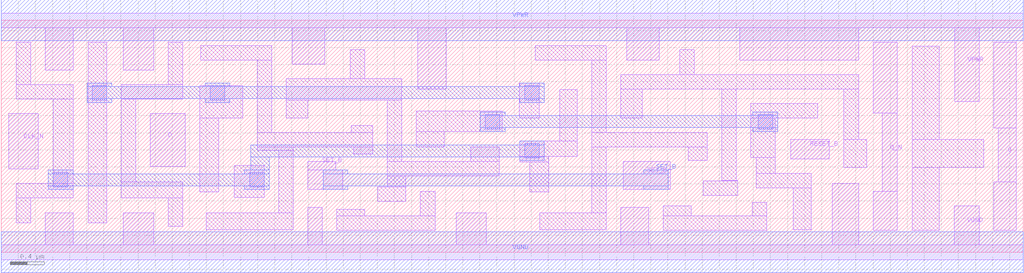
<source format=lef>
# Copyright 2020 The SkyWater PDK Authors
#
# Licensed under the Apache License, Version 2.0 (the "License");
# you may not use this file except in compliance with the License.
# You may obtain a copy of the License at
#
#     https://www.apache.org/licenses/LICENSE-2.0
#
# Unless required by applicable law or agreed to in writing, software
# distributed under the License is distributed on an "AS IS" BASIS,
# WITHOUT WARRANTIES OR CONDITIONS OF ANY KIND, either express or implied.
# See the License for the specific language governing permissions and
# limitations under the License.
#
# SPDX-License-Identifier: Apache-2.0

VERSION 5.5 ;
NAMESCASESENSITIVE ON ;
BUSBITCHARS "[]" ;
DIVIDERCHAR "/" ;
MACRO sky130_fd_sc_hd__dfbbn_1
  CLASS CORE ;
  SOURCE USER ;
  ORIGIN  0.000000  0.000000 ;
  SIZE  11.96000 BY  2.720000 ;
  SYMMETRY X Y R90 ;
  SITE unithd ;
  PIN D
    ANTENNAGATEAREA  0.126000 ;
    DIRECTION INPUT ;
    USE SIGNAL ;
    PORT
      LAYER li1 ;
        RECT 1.745000 1.005000 2.155000 1.625000 ;
    END
  END D
  PIN Q
    ANTENNADIFFAREA  0.429000 ;
    DIRECTION OUTPUT ;
    USE SIGNAL ;
    PORT
      LAYER li1 ;
        RECT 11.615000 0.255000 11.875000 0.825000 ;
        RECT 11.615000 1.455000 11.875000 2.465000 ;
        RECT 11.665000 0.825000 11.875000 1.455000 ;
    END
  END Q
  PIN Q_N
    ANTENNADIFFAREA  0.429000 ;
    DIRECTION OUTPUT ;
    USE SIGNAL ;
    PORT
      LAYER li1 ;
        RECT 10.200000 0.255000 10.485000 0.715000 ;
        RECT 10.200000 1.630000 10.485000 2.465000 ;
        RECT 10.305000 0.715000 10.485000 1.630000 ;
    END
  END Q_N
  PIN RESET_B
    ANTENNAGATEAREA  0.159000 ;
    DIRECTION INPUT ;
    USE SIGNAL ;
    PORT
      LAYER li1 ;
        RECT 9.235000 1.095000 9.690000 1.325000 ;
    END
  END RESET_B
  PIN SET_B
    ANTENNAGATEAREA  0.252000 ;
    DIRECTION INPUT ;
    USE SIGNAL ;
    PORT
      LAYER li1 ;
        RECT 3.585000 0.735000 3.995000 0.965000 ;
        RECT 3.585000 0.965000 3.915000 1.065000 ;
    END
    PORT
      LAYER li1 ;
        RECT 7.280000 0.735000 7.825000 1.065000 ;
    END
    PORT
      LAYER met1 ;
        RECT 3.765000 0.735000 4.055000 0.780000 ;
        RECT 3.765000 0.780000 7.805000 0.920000 ;
        RECT 3.765000 0.920000 4.055000 0.965000 ;
        RECT 7.515000 0.735000 7.805000 0.780000 ;
        RECT 7.515000 0.920000 7.805000 0.965000 ;
    END
  END SET_B
  PIN CLK_N
    ANTENNAGATEAREA  0.159000 ;
    DIRECTION INPUT ;
    USE CLOCK ;
    PORT
      LAYER li1 ;
        RECT 0.085000 0.975000 0.435000 1.625000 ;
    END
  END CLK_N
  PIN VGND
    DIRECTION INOUT ;
    SHAPE ABUTMENT ;
    USE GROUND ;
    PORT
      LAYER li1 ;
        RECT  0.000000 -0.085000 11.960000 0.085000 ;
        RECT  0.515000  0.085000  0.845000 0.465000 ;
        RECT  1.430000  0.085000  1.785000 0.465000 ;
        RECT  3.585000  0.085000  3.755000 0.525000 ;
        RECT  5.325000  0.085000  5.675000 0.465000 ;
        RECT  7.250000  0.085000  7.575000 0.525000 ;
        RECT  9.725000  0.085000 10.030000 0.805000 ;
        RECT 11.150000  0.085000 11.445000 0.545000 ;
    END
    PORT
      LAYER met1 ;
        RECT 0.000000 -0.240000 11.960000 0.240000 ;
    END
  END VGND
  PIN VPWR
    DIRECTION INOUT ;
    SHAPE ABUTMENT ;
    USE POWER ;
    PORT
      LAYER li1 ;
        RECT  0.000000 2.635000 11.960000 2.805000 ;
        RECT  0.515000 2.135000  0.845000 2.635000 ;
        RECT  1.430000 2.135000  1.785000 2.635000 ;
        RECT  3.405000 2.205000  3.785000 2.635000 ;
        RECT  4.875000 1.915000  5.205000 2.635000 ;
        RECT  7.320000 2.255000  7.700000 2.635000 ;
        RECT  8.640000 2.255000 10.030000 2.635000 ;
        RECT 11.155000 1.765000 11.445000 2.635000 ;
    END
    PORT
      LAYER met1 ;
        RECT 0.000000 2.480000 11.960000 2.960000 ;
    END
  END VPWR
  OBS
    LAYER li1 ;
      RECT  0.175000 0.345000  0.345000 0.635000 ;
      RECT  0.175000 0.635000  0.840000 0.805000 ;
      RECT  0.175000 1.795000  0.840000 1.965000 ;
      RECT  0.175000 1.965000  0.345000 2.465000 ;
      RECT  0.610000 0.805000  0.840000 1.795000 ;
      RECT  1.015000 0.345000  1.235000 2.465000 ;
      RECT  1.405000 0.635000  2.125000 0.825000 ;
      RECT  1.405000 0.825000  1.575000 1.795000 ;
      RECT  1.405000 1.795000  2.125000 1.965000 ;
      RECT  1.955000 0.305000  2.125000 0.635000 ;
      RECT  1.955000 1.965000  2.125000 2.465000 ;
      RECT  2.325000 0.705000  2.545000 1.575000 ;
      RECT  2.325000 1.575000  2.825000 1.955000 ;
      RECT  2.335000 2.250000  3.165000 2.420000 ;
      RECT  2.400000 0.265000  3.415000 0.465000 ;
      RECT  2.725000 0.645000  3.075000 1.015000 ;
      RECT  2.995000 1.195000  3.415000 1.235000 ;
      RECT  2.995000 1.235000  4.345000 1.405000 ;
      RECT  2.995000 1.405000  3.165000 2.250000 ;
      RECT  3.245000 0.465000  3.415000 1.195000 ;
      RECT  3.335000 1.575000  3.585000 1.785000 ;
      RECT  3.335000 1.785000  4.685000 2.035000 ;
      RECT  3.925000 0.255000  5.075000 0.425000 ;
      RECT  3.925000 0.425000  4.255000 0.505000 ;
      RECT  4.085000 2.035000  4.255000 2.375000 ;
      RECT  4.095000 1.405000  4.345000 1.485000 ;
      RECT  4.125000 1.155000  4.345000 1.235000 ;
      RECT  4.405000 0.595000  4.735000 0.765000 ;
      RECT  4.515000 0.765000  4.735000 0.895000 ;
      RECT  4.515000 0.895000  5.825000 1.065000 ;
      RECT  4.515000 1.065000  4.685000 1.785000 ;
      RECT  4.855000 1.235000  5.185000 1.415000 ;
      RECT  4.855000 1.415000  5.860000 1.655000 ;
      RECT  4.905000 0.425000  5.075000 0.715000 ;
      RECT  5.495000 1.065000  5.825000 1.235000 ;
      RECT  6.060000 1.575000  6.295000 1.985000 ;
      RECT  6.065000 1.060000  6.405000 1.125000 ;
      RECT  6.065000 1.125000  6.740000 1.305000 ;
      RECT  6.185000 0.705000  6.405000 1.060000 ;
      RECT  6.250000 2.250000  7.080000 2.420000 ;
      RECT  6.300000 0.265000  7.080000 0.465000 ;
      RECT  6.535000 1.305000  6.740000 1.905000 ;
      RECT  6.910000 0.465000  7.080000 1.235000 ;
      RECT  6.910000 1.235000  8.260000 1.405000 ;
      RECT  6.910000 1.405000  7.080000 2.250000 ;
      RECT  7.250000 1.575000  7.500000 1.915000 ;
      RECT  7.250000 1.915000 10.030000 2.085000 ;
      RECT  7.745000 0.255000  8.955000 0.425000 ;
      RECT  7.745000 0.425000  8.075000 0.545000 ;
      RECT  7.940000 2.085000  8.110000 2.375000 ;
      RECT  8.040000 1.075000  8.260000 1.235000 ;
      RECT  8.215000 0.665000  8.615000 0.835000 ;
      RECT  8.430000 0.835000  8.615000 0.840000 ;
      RECT  8.430000 0.840000  8.600000 1.915000 ;
      RECT  8.770000 1.110000  9.055000 1.575000 ;
      RECT  8.770000 1.575000  9.555000 1.745000 ;
      RECT  8.785000 0.425000  8.955000 0.585000 ;
      RECT  8.835000 0.755000  9.475000 0.925000 ;
      RECT  8.835000 0.925000  9.055000 1.110000 ;
      RECT  9.265000 0.265000  9.475000 0.755000 ;
      RECT  9.860000 0.995000 10.125000 1.325000 ;
      RECT  9.860000 1.325000 10.030000 1.915000 ;
      RECT 10.660000 0.255000 10.975000 0.995000 ;
      RECT 10.660000 0.995000 11.495000 1.325000 ;
      RECT 10.660000 1.325000 10.975000 2.415000 ;
    LAYER mcon ;
      RECT 0.610000 0.765000 0.780000 0.935000 ;
      RECT 1.065000 1.785000 1.235000 1.955000 ;
      RECT 2.445000 1.785000 2.615000 1.955000 ;
      RECT 2.905000 0.765000 3.075000 0.935000 ;
      RECT 5.665000 1.445000 5.835000 1.615000 ;
      RECT 6.125000 1.105000 6.295000 1.275000 ;
      RECT 6.125000 1.785000 6.295000 1.955000 ;
      RECT 8.855000 1.445000 9.025000 1.615000 ;
    LAYER met1 ;
      RECT 0.550000 0.735000 0.840000 0.780000 ;
      RECT 0.550000 0.780000 3.135000 0.920000 ;
      RECT 0.550000 0.920000 0.840000 0.965000 ;
      RECT 1.005000 1.755000 1.295000 1.800000 ;
      RECT 1.005000 1.800000 6.355000 1.940000 ;
      RECT 1.005000 1.940000 1.295000 1.985000 ;
      RECT 2.385000 1.755000 2.675000 1.800000 ;
      RECT 2.385000 1.940000 2.675000 1.985000 ;
      RECT 2.845000 0.735000 3.135000 0.780000 ;
      RECT 2.845000 0.920000 3.135000 0.965000 ;
      RECT 2.920000 0.965000 3.135000 1.120000 ;
      RECT 2.920000 1.120000 6.355000 1.260000 ;
      RECT 5.605000 1.415000 5.895000 1.460000 ;
      RECT 5.605000 1.460000 9.085000 1.600000 ;
      RECT 5.605000 1.600000 5.895000 1.645000 ;
      RECT 6.065000 1.075000 6.355000 1.120000 ;
      RECT 6.065000 1.260000 6.355000 1.305000 ;
      RECT 6.065000 1.755000 6.355000 1.800000 ;
      RECT 6.065000 1.940000 6.355000 1.985000 ;
      RECT 8.795000 1.415000 9.085000 1.460000 ;
      RECT 8.795000 1.600000 9.085000 1.645000 ;
  END
END sky130_fd_sc_hd__dfbbn_1
END LIBRARY

</source>
